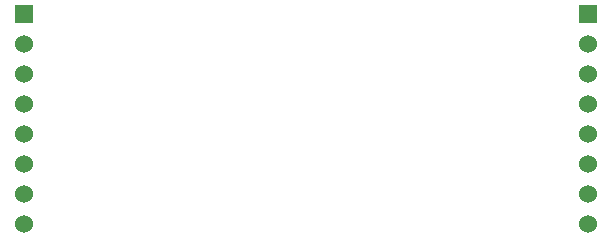
<source format=gbs>
G04 (created by PCBNEW (2013-07-07 BZR 4022)-stable) date 9/14/2013 7:52:16 PM*
%MOIN*%
G04 Gerber Fmt 3.4, Leading zero omitted, Abs format*
%FSLAX34Y34*%
G01*
G70*
G90*
G04 APERTURE LIST*
%ADD10C,0.00590551*%
%ADD11R,0.06X0.06*%
%ADD12C,0.06*%
G04 APERTURE END LIST*
G54D10*
G54D11*
X48650Y-38350D03*
G54D12*
X48650Y-39350D03*
X48650Y-40350D03*
X48650Y-41350D03*
X48650Y-42350D03*
X48650Y-43350D03*
X48650Y-44350D03*
X48650Y-45350D03*
G54D11*
X67450Y-38350D03*
G54D12*
X67450Y-39350D03*
X67450Y-40350D03*
X67450Y-41350D03*
X67450Y-42350D03*
X67450Y-43350D03*
X67450Y-44350D03*
X67450Y-45350D03*
M02*

</source>
